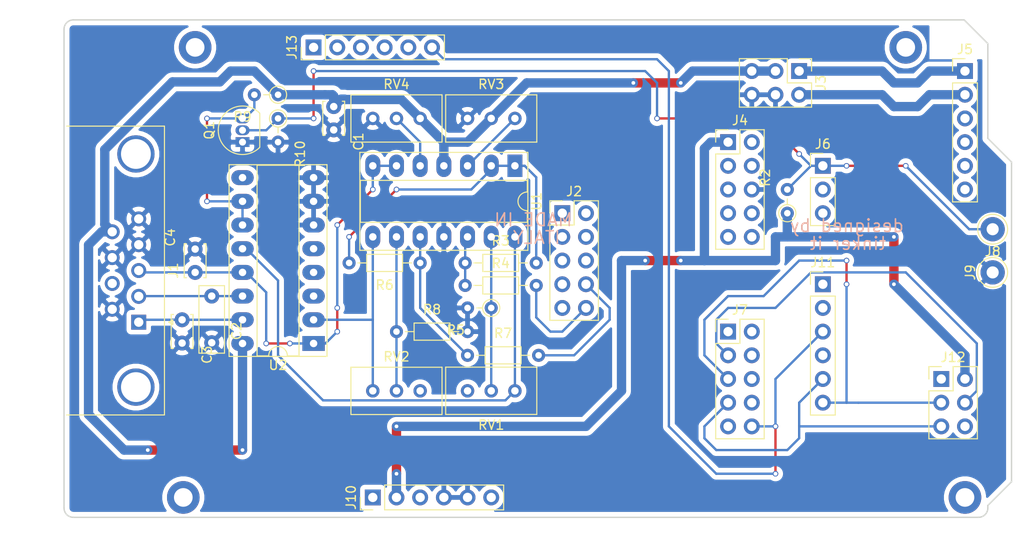
<source format=kicad_pcb>
(kicad_pcb (version 20171130) (host pcbnew 5.1.4+dfsg1-1)
  (title_block (title Enjaksakavella) (rev 1.0) (comment 1 "Created by Tuomas Rantatarp") (comment 2 20.4.2020))
  (layers (0 Top signal) (31 Bottom signal) (34 B.Paste user hide) (35 F.Paste user hide) (36 B.SilkS user hide) (37 F.SilkS user) (38 B.Mask user hide) (39 F.Mask user hide) (44 Edge.Cuts user))
  (net 0 "")
  (net 1 GND)
  (net 2 "Net-(U2-Pad5)")
  (net 3 "Net-(U2-Pad4)")
  (net 4 "Net-(U2-Pad3)")
  (net 5 "Net-(U2-Pad9)")
  (net 6 /J_SPEED)
  (net 7 /J_DIR)
  (net 8 "Net-(J1-Pad7)")
  (net 9 /OFFSET)
  (net 10 "Net-(R3-Pad1)")
  (net 11 /DAC_O1)
  (net 12 "Net-(R5-Pad1)")
  (net 13 "Net-(R6-Pad1)")
  (net 14 /DAC_O2)
  (net 15 "Net-(R8-Pad1)")
  (net 16 "Net-(RV1-Pad1)")
  (net 17 "Net-(RV2-Pad1)")
  (net 18 +12V)
  (net 19 "Net-(RV4-Pad2)")
  (net 20 "Net-(J2-Pad9)")
  (net 21 "Net-(J2-Pad7)")
  (net 22 "Net-(J2-Pad6)")
  (net 23 "Net-(J2-Pad5)")
  (net 24 "Net-(J2-Pad4)")
  (net 25 "Net-(J2-Pad3)")
  (net 26 "Net-(J2-Pad2)")
  (net 27 "Net-(J2-Pad1)")
  (net 28 "Net-(J3-Pad2)")
  (net 29 "Net-(J3-Pad1)")
  (net 30 "Net-(J4-Pad10)")
  (net 31 "Net-(J4-Pad9)")
  (net 32 "Net-(J4-Pad8)")
  (net 33 "Net-(J4-Pad7)")
  (net 34 "Net-(J4-Pad5)")
  (net 35 "Net-(J4-Pad4)")
  (net 36 "Net-(J4-Pad3)")
  (net 37 "Net-(J4-Pad2)")
  (net 38 /J_REF)
  (net 39 /DIR)
  (net 40 /SPEED)
  (net 41 +3V3)
  (net 42 "Net-(J5-Pad6)")
  (net 43 "Net-(J5-Pad5)")
  (net 44 "Net-(J5-Pad4)")
  (net 45 "Net-(J5-Pad3)")
  (net 46 "Net-(J6-Pad3)")
  (net 47 "Net-(J6-Pad2)")
  (net 48 /STOP)
  (net 49 /SS)
  (net 50 "Net-(J7-Pad9)")
  (net 51 "Net-(J7-Pad8)")
  (net 52 /MOSI)
  (net 53 "Net-(J7-Pad6)")
  (net 54 /MISO)
  (net 55 "Net-(J7-Pad4)")
  (net 56 /SCK)
  (net 57 "Net-(J7-Pad2)")
  (net 58 "Net-(J7-Pad1)")
  (net 59 "Net-(J10-Pad6)")
  (net 60 "Net-(J10-Pad3)")
  (net 61 "Net-(J10-Pad1)")
  (net 62 "Net-(J11-Pad4)")
  (net 63 "Net-(J11-Pad2)")
  (net 64 "Net-(J11-Pad1)")
  (net 65 "Net-(J12-Pad6)")
  (net 66 "Net-(J12-Pad1)")
  (net 67 "Net-(J13-Pad5)")
  (net 68 "Net-(J13-Pad4)")
  (net 69 "Net-(J13-Pad3)")
  (net 70 "Net-(J13-Pad2)")
  (net 71 "Net-(J13-Pad1)")
  (net 72 "Net-(Q1-Pad3)")
  (net 73 "Net-(RV3-Pad1)")
  (module Capacitor_THT:C_Disc_D3.4mm_W2.1mm_P2.50mm (layer Top) (at 111.76 105.41 90)
    (fp_text reference C4 (at 3.75 -2.67 90) (layer F.SilkS))
    (fp_text value 0.1u)
    (pad 2 thru_hole circle (at 2.5 0 90) (size 1.6 1.6) (drill 0.8) (layers *.Cu *.Mask) (net 1 GND))
    (pad 1 thru_hole circle (at 0 0 90) (size 1.6 1.6) (drill 0.8) (layers *.Cu *.Mask) (net 38 /J_REF))
  )
  (module Connector_PinHeader_2.54mm:PinHeader_2x05_P2.54mm_Vertical (layer Top) (at 168.91 91.44)
    (fp_text reference J4 (at 1.27 -2.33) (layer F.SilkS))
    (fp_text value Conn_02x05_Odd_Even)
    (pad 10 thru_hole oval (at 2.54 10.16) (size 1.7 1.7) (drill 1) (layers *.Cu *.Mask) (net 30 "Net-(J4-Pad10)"))
    (pad 9 thru_hole oval (at 0 10.16) (size 1.7 1.7) (drill 1) (layers *.Cu *.Mask) (net 31 "Net-(J4-Pad9)"))
    (pad 8 thru_hole oval (at 2.54 7.62) (size 1.7 1.7) (drill 1) (layers *.Cu *.Mask) (net 32 "Net-(J4-Pad8)"))
    (pad 7 thru_hole oval (at 0 7.62) (size 1.7 1.7) (drill 1) (layers *.Cu *.Mask) (net 33 "Net-(J4-Pad7)"))
    (pad 6 thru_hole oval (at 2.54 5.08) (size 1.7 1.7) (drill 1) (layers *.Cu *.Mask) (net 1 GND))
    (pad 5 thru_hole oval (at 0 5.08) (size 1.7 1.7) (drill 1) (layers *.Cu *.Mask) (net 34 "Net-(J4-Pad5)"))
    (pad 4 thru_hole oval (at 2.54 2.54) (size 1.7 1.7) (drill 1) (layers *.Cu *.Mask) (net 35 "Net-(J4-Pad4)"))
    (pad 3 thru_hole oval (at 0 2.54) (size 1.7 1.7) (drill 1) (layers *.Cu *.Mask) (net 36 "Net-(J4-Pad3)"))
    (pad 2 thru_hole oval (at 2.54 0) (size 1.7 1.7) (drill 1) (layers *.Cu *.Mask) (net 37 "Net-(J4-Pad2)"))
    (pad 1 thru_hole rect (at 0 0) (size 1.7 1.7) (drill 1) (layers *.Cu *.Mask) (net 41 +3V3))
  )
  (module Resistor_THT:R_Axial_DIN0204_L3.6mm_D1.6mm_P2.54mm_Vertical (layer Top) (at 120.65 86.36 180)
    (fp_text reference R9 (at 3.81 -2.37) (layer F.SilkS))
    (fp_text value 10k)
    (pad 2 thru_hole oval (at 2.54 0 180) (size 1.4 1.4) (drill 0.7) (layers *.Cu *.Mask) (net 72 "Net-(Q1-Pad3)"))
    (pad 1 thru_hole circle (at 0 0 180) (size 1.4 1.4) (drill 0.7) (layers *.Cu *.Mask) (net 18 +12V))
  )
  (module Resistor_THT:R_Axial_DIN0204_L3.6mm_D1.6mm_P2.54mm_Vertical (layer Top) (at 120.65 88.9 270)
    (fp_text reference R10 (at 3.81 -2.37 90) (layer F.SilkS))
    (fp_text value 10k)
    (pad 2 thru_hole oval (at 2.54 0 270) (size 1.4 1.4) (drill 0.7) (layers *.Cu *.Mask) (net 1 GND))
    (pad 1 thru_hole circle (at 0 0 270) (size 1.4 1.4) (drill 0.7) (layers *.Cu *.Mask) (net 48 /STOP))
  )
  (module Capacitor_THT:C_Disc_D7.0mm_W2.5mm_P5.00mm (layer Top) (at 113.538 107.95 270)
    (fp_text reference C2 (at 3.75 -2.67 90) (layer F.SilkS))
    (fp_text value 0.1u)
    (pad 2 thru_hole circle (at 5 0 270) (size 1.6 1.6) (drill 0.8) (layers *.Cu *.Mask) (net 1 GND))
    (pad 1 thru_hole circle (at 0 0 270) (size 1.6 1.6) (drill 0.8) (layers *.Cu *.Mask) (net 39 /DIR))
  )
  (module Capacitor_THT:C_Disc_D3.4mm_W2.1mm_P2.50mm (layer Top) (at 110.363 110.49 270)
    (fp_text reference C3 (at 3.75 -2.67 90) (layer F.SilkS))
    (fp_text value 0.1u)
    (pad 1 thru_hole circle (at 0 0 270) (size 1.6 1.6) (drill 0.8) (layers *.Cu *.Mask) (net 40 /SPEED))
    (pad 2 thru_hole circle (at 2.5 0 270) (size 1.6 1.6) (drill 0.8) (layers *.Cu *.Mask) (net 1 GND))
  )
  (module Capacitor_THT:C_Disc_D3.4mm_W2.1mm_P2.50mm (layer Top) (at 126.619 87.63 270)
    (fp_text reference C1 (at 3.75 -2.67 90) (layer F.SilkS))
    (fp_text value 0.1u)
    (pad 2 thru_hole circle (at 2.5 0 270) (size 1.6 1.6) (drill 0.8) (layers *.Cu *.Mask) (net 1 GND))
    (pad 1 thru_hole circle (at 0 0 270) (size 1.6 1.6) (drill 0.8) (layers *.Cu *.Mask) (net 18 +12V))
  )
  (module Resistor_THT:R_Axial_DIN0204_L3.6mm_D1.6mm_P7.62mm_Horizontal (layer Top) (at 140.716 104.394)
    (fp_text reference R3 (at 3.81 -2.37) (layer F.SilkS))
    (fp_text value 47k)
    (pad 2 thru_hole oval (at 7.62 0) (size 1.4 1.4) (drill 0.7) (layers *.Cu *.Mask) (net 9 /OFFSET))
    (pad 1 thru_hole circle (at 0 0) (size 1.4 1.4) (drill 0.7) (layers *.Cu *.Mask) (net 10 "Net-(R3-Pad1)"))
  )
  (module Resistor_THT:R_Axial_DIN0204_L3.6mm_D1.6mm_P7.62mm_Horizontal (layer Top) (at 140.716 106.807)
    (fp_text reference R4 (at 3.81 -2.37) (layer F.SilkS))
    (fp_text value 39k)
    (pad 2 thru_hole oval (at 7.62 0) (size 1.4 1.4) (drill 0.7) (layers *.Cu *.Mask) (net 11 /DAC_O1))
    (pad 1 thru_hole circle (at 0 0) (size 1.4 1.4) (drill 0.7) (layers *.Cu *.Mask) (net 10 "Net-(R3-Pad1)"))
  )
  (module Resistor_THT:R_Axial_DIN0204_L3.6mm_D1.6mm_P7.62mm_Horizontal (layer Top) (at 135.89 104.394 180)
    (fp_text reference R6 (at 3.81 -2.37) (layer F.SilkS))
    (fp_text value 47k)
    (pad 2 thru_hole oval (at 7.62 0 180) (size 1.4 1.4) (drill 0.7) (layers *.Cu *.Mask) (net 9 /OFFSET))
    (pad 1 thru_hole circle (at 0 0 180) (size 1.4 1.4) (drill 0.7) (layers *.Cu *.Mask) (net 13 "Net-(R6-Pad1)"))
  )
  (module Resistor_THT:R_Axial_DIN0204_L3.6mm_D1.6mm_P7.62mm_Horizontal (layer Top) (at 140.97 114.3)
    (fp_text reference R7 (at 3.81 -2.37) (layer F.SilkS))
    (fp_text value 39k)
    (pad 2 thru_hole oval (at 7.62 0) (size 1.4 1.4) (drill 0.7) (layers *.Cu *.Mask) (net 14 /DAC_O2))
    (pad 1 thru_hole circle (at 0 0) (size 1.4 1.4) (drill 0.7) (layers *.Cu *.Mask) (net 13 "Net-(R6-Pad1)"))
  )
  (module Resistor_THT:R_Axial_DIN0204_L3.6mm_D1.6mm_P7.62mm_Horizontal (layer Top) (at 133.35 111.76)
    (fp_text reference R8 (at 3.81 -2.37) (layer F.SilkS))
    (fp_text value 39k)
    (pad 2 thru_hole oval (at 7.62 0) (size 1.4 1.4) (drill 0.7) (layers *.Cu *.Mask) (net 1 GND))
    (pad 1 thru_hole circle (at 0 0) (size 1.4 1.4) (drill 0.7) (layers *.Cu *.Mask) (net 15 "Net-(R8-Pad1)"))
  )
  (module Resistor_THT:R_Axial_DIN0204_L3.6mm_D1.6mm_P2.54mm_Vertical (layer Top) (at 143.51 109.22 180)
    (fp_text reference R5 (at 3.81 -2.37) (layer F.SilkS))
    (fp_text value 39k)
    (pad 2 thru_hole oval (at 2.54 0 180) (size 1.4 1.4) (drill 0.7) (layers *.Cu *.Mask) (net 1 GND))
    (pad 1 thru_hole circle (at 0 0 180) (size 1.4 1.4) (drill 0.7) (layers *.Cu *.Mask) (net 12 "Net-(R5-Pad1)"))
  )
  (module Resistor_THT:R_Axial_DIN0204_L3.6mm_D1.6mm_P2.54mm_Vertical (layer Top) (at 175.26 99.06 90)
    (fp_text reference R2 (at 3.81 -2.37 90) (layer F.SilkS))
    (fp_text value 10k)
    (pad 2 thru_hole oval (at 2.54 0 90) (size 1.4 1.4) (drill 0.7) (layers *.Cu *.Mask) (net 48 /STOP))
    (pad 1 thru_hole circle (at 0 0 90) (size 1.4 1.4) (drill 0.7) (layers *.Cu *.Mask) (net 41 +3V3))
  )
  (module Package_TO_SOT_THT:TO-92_Inline (layer Top) (at 116.84 91.44 90)
    (fp_text reference Q1 (at 1.27 -3.56 90) (layer F.SilkS))
    (fp_text value 2N7000)
    (pad 1 thru_hole rect (at 0 0 90) (size 1.05 1.5) (drill 0.75) (layers *.Cu *.Mask) (net 1 GND))
    (pad 3 thru_hole oval (at 2.54 0 90) (size 1.05 1.5) (drill 0.75) (layers *.Cu *.Mask) (net 72 "Net-(Q1-Pad3)"))
    (pad 2 thru_hole oval (at 1.27 0 90) (size 1.05 1.5) (drill 0.75) (layers *.Cu *.Mask) (net 48 /STOP))
  )
  (module Connector_PinHeader_2.54mm:PinHeader_1x06_P2.54mm_Vertical (layer Top) (at 124.46 81.28 90)
    (fp_text reference J13 (at 0 -2.33 90) (layer F.SilkS))
    (fp_text value Conn_01x06)
    (pad 6 thru_hole oval (at 0 12.7 90) (size 1.7 1.7) (drill 1) (layers *.Cu *.Mask) (net 49 /SS))
    (pad 5 thru_hole oval (at 0 10.16 90) (size 1.7 1.7) (drill 1) (layers *.Cu *.Mask) (net 67 "Net-(J13-Pad5)"))
    (pad 4 thru_hole oval (at 0 7.62 90) (size 1.7 1.7) (drill 1) (layers *.Cu *.Mask) (net 68 "Net-(J13-Pad4)"))
    (pad 3 thru_hole oval (at 0 5.08 90) (size 1.7 1.7) (drill 1) (layers *.Cu *.Mask) (net 69 "Net-(J13-Pad3)"))
    (pad 2 thru_hole oval (at 0 2.54 90) (size 1.7 1.7) (drill 1) (layers *.Cu *.Mask) (net 70 "Net-(J13-Pad2)"))
    (pad 1 thru_hole rect (at 0 0 90) (size 1.7 1.7) (drill 1) (layers *.Cu *.Mask) (net 71 "Net-(J13-Pad1)"))
  )
  (module Connector_PinHeader_2.54mm:PinHeader_2x03_P2.54mm_Vertical (layer Top) (at 191.77 116.84)
    (fp_text reference J12 (at 1.27 -2.33) (layer F.SilkS))
    (fp_text value Conn_02x03_Odd_Even)
    (pad 6 thru_hole oval (at 2.54 5.08) (size 1.7 1.7) (drill 1) (layers *.Cu *.Mask) (net 65 "Net-(J12-Pad6)"))
    (pad 5 thru_hole oval (at 0 5.08) (size 1.7 1.7) (drill 1) (layers *.Cu *.Mask) (net 52 /MOSI))
    (pad 4 thru_hole oval (at 2.54 2.54) (size 1.7 1.7) (drill 1) (layers *.Cu *.Mask) (net 56 /SCK))
    (pad 3 thru_hole oval (at 0 2.54) (size 1.7 1.7) (drill 1) (layers *.Cu *.Mask) (net 54 /MISO))
    (pad 2 thru_hole oval (at 2.54 0) (size 1.7 1.7) (drill 1) (layers *.Cu *.Mask) (net 41 +3V3))
    (pad 1 thru_hole rect (at 0 0) (size 1.7 1.7) (drill 1) (layers *.Cu *.Mask) (net 66 "Net-(J12-Pad1)"))
  )
  (module Connector_PinHeader_2.54mm:PinHeader_1x06_P2.54mm_Vertical (layer Top) (at 179.07 106.68)
    (fp_text reference J11 (at 0 -2.33) (layer F.SilkS))
    (fp_text value Conn_01x06)
    (pad 6 thru_hole oval (at 0 12.7) (size 1.7 1.7) (drill 1) (layers *.Cu *.Mask) (net 54 /MISO))
    (pad 5 thru_hole oval (at 0 10.16) (size 1.7 1.7) (drill 1) (layers *.Cu *.Mask) (net 52 /MOSI))
    (pad 4 thru_hole oval (at 0 7.62) (size 1.7 1.7) (drill 1) (layers *.Cu *.Mask) (net 62 "Net-(J11-Pad4)"))
    (pad 3 thru_hole oval (at 0 5.08) (size 1.7 1.7) (drill 1) (layers *.Cu *.Mask) (net 49 /SS))
    (pad 2 thru_hole oval (at 0 2.54) (size 1.7 1.7) (drill 1) (layers *.Cu *.Mask) (net 63 "Net-(J11-Pad2)"))
    (pad 1 thru_hole rect (at 0 0) (size 1.7 1.7) (drill 1) (layers *.Cu *.Mask) (net 64 "Net-(J11-Pad1)"))
  )
  (module Connector_PinHeader_2.54mm:PinHeader_1x06_P2.54mm_Vertical (layer Top) (at 130.81 129.54 90)
    (fp_text reference J10 (at 0 -2.33 90) (layer F.SilkS))
    (fp_text value Conn_01x06)
    (pad 6 thru_hole oval (at 0 12.7 90) (size 1.7 1.7) (drill 1) (layers *.Cu *.Mask) (net 59 "Net-(J10-Pad6)"))
    (pad 5 thru_hole oval (at 0 10.16 90) (size 1.7 1.7) (drill 1) (layers *.Cu *.Mask) (net 1 GND))
    (pad 4 thru_hole oval (at 0 7.62 90) (size 1.7 1.7) (drill 1) (layers *.Cu *.Mask) (net 1 GND))
    (pad 3 thru_hole oval (at 0 5.08 90) (size 1.7 1.7) (drill 1) (layers *.Cu *.Mask) (net 60 "Net-(J10-Pad3)"))
    (pad 2 thru_hole oval (at 0 2.54 90) (size 1.7 1.7) (drill 1) (layers *.Cu *.Mask) (net 41 +3V3))
    (pad 1 thru_hole rect (at 0 0 90) (size 1.7 1.7) (drill 1) (layers *.Cu *.Mask) (net 61 "Net-(J10-Pad1)"))
  )
  (module Connector_Pin:Pin_D1.3mm_L11.0mm (layer Top) (at 197.28 105.41 270)
    (fp_text reference J9 (at 0 2.4 90) (layer F.SilkS))
    (fp_text value Conn_01x01)
    (pad 1 thru_hole circle (at 0 0 270) (size 2.6 2.6) (drill 1.3) (layers *.Cu *.Mask) (net 1 GND))
  )
  (module Connector_Pin:Pin_D1.3mm_L11.0mm (layer Top) (at 197.28 100.78)
    (fp_text reference J8 (at 0 2.4) (layer F.SilkS))
    (fp_text value Conn_01x01)
    (pad 1 thru_hole circle (at 0 0) (size 2.6 2.6) (drill 1.3) (layers *.Cu *.Mask) (net 48 /STOP))
  )
  (module Connector_PinHeader_2.54mm:PinHeader_2x05_P2.54mm_Vertical (layer Top) (at 168.91 111.76)
    (fp_text reference J7 (at 1.27 -2.33) (layer F.SilkS))
    (fp_text value Conn_02x05_Odd_Even)
    (pad 10 thru_hole oval (at 2.54 10.16) (size 1.7 1.7) (drill 1) (layers *.Cu *.Mask) (net 49 /SS))
    (pad 9 thru_hole oval (at 0 10.16) (size 1.7 1.7) (drill 1) (layers *.Cu *.Mask) (net 50 "Net-(J7-Pad9)"))
    (pad 8 thru_hole oval (at 2.54 7.62) (size 1.7 1.7) (drill 1) (layers *.Cu *.Mask) (net 51 "Net-(J7-Pad8)"))
    (pad 7 thru_hole oval (at 0 7.62) (size 1.7 1.7) (drill 1) (layers *.Cu *.Mask) (net 52 /MOSI))
    (pad 6 thru_hole oval (at 2.54 5.08) (size 1.7 1.7) (drill 1) (layers *.Cu *.Mask) (net 53 "Net-(J7-Pad6)"))
    (pad 5 thru_hole oval (at 0 5.08) (size 1.7 1.7) (drill 1) (layers *.Cu *.Mask) (net 54 /MISO))
    (pad 4 thru_hole oval (at 2.54 2.54) (size 1.7 1.7) (drill 1) (layers *.Cu *.Mask) (net 55 "Net-(J7-Pad4)"))
    (pad 3 thru_hole oval (at 0 2.54) (size 1.7 1.7) (drill 1) (layers *.Cu *.Mask) (net 56 /SCK))
    (pad 2 thru_hole oval (at 2.54 0) (size 1.7 1.7) (drill 1) (layers *.Cu *.Mask) (net 57 "Net-(J7-Pad2)"))
    (pad 1 thru_hole rect (at 0 0) (size 1.7 1.7) (drill 1) (layers *.Cu *.Mask) (net 58 "Net-(J7-Pad1)"))
  )
  (module Connector_PinHeader_2.54mm:PinHeader_1x03_P2.54mm_Vertical (layer Top) (at 179.07 93.98)
    (fp_text reference J6 (at 0 -2.33) (layer F.SilkS))
    (fp_text value Conn_01x03)
    (pad 3 thru_hole oval (at 0 5.08) (size 1.7 1.7) (drill 1) (layers *.Cu *.Mask) (net 46 "Net-(J6-Pad3)"))
    (pad 2 thru_hole oval (at 0 2.54) (size 1.7 1.7) (drill 1) (layers *.Cu *.Mask) (net 47 "Net-(J6-Pad2)"))
    (pad 1 thru_hole rect (at 0 0) (size 1.7 1.7) (drill 1) (layers *.Cu *.Mask) (net 48 /STOP))
  )
  (module Connector_PinHeader_2.54mm:PinHeader_1x06_P2.54mm_Vertical (layer Top) (at 194.31 83.82)
    (fp_text reference J5 (at 0 -2.33) (layer F.SilkS))
    (fp_text value Conn_01x06)
    (pad 6 thru_hole oval (at 0 12.7) (size 1.7 1.7) (drill 1) (layers *.Cu *.Mask) (net 42 "Net-(J5-Pad6)"))
    (pad 5 thru_hole oval (at 0 10.16) (size 1.7 1.7) (drill 1) (layers *.Cu *.Mask) (net 43 "Net-(J5-Pad5)"))
    (pad 4 thru_hole oval (at 0 7.62) (size 1.7 1.7) (drill 1) (layers *.Cu *.Mask) (net 44 "Net-(J5-Pad4)"))
    (pad 3 thru_hole oval (at 0 5.08) (size 1.7 1.7) (drill 1) (layers *.Cu *.Mask) (net 45 "Net-(J5-Pad3)"))
    (pad 2 thru_hole oval (at 0 2.54) (size 1.7 1.7) (drill 1) (layers *.Cu *.Mask) (net 28 "Net-(J3-Pad2)"))
    (pad 1 thru_hole rect (at 0 0) (size 1.7 1.7) (drill 1) (layers *.Cu *.Mask) (net 29 "Net-(J3-Pad1)"))
  )
  (module Connector_PinHeader_2.54mm:PinHeader_2x03_P2.54mm_Vertical (layer Top) (at 176.53 83.82 270)
    (fp_text reference J3 (at 1.27 -2.33 90) (layer F.SilkS))
    (fp_text value Conn_02x03_Odd_Even)
    (pad 6 thru_hole oval (at 2.54 5.08 270) (size 1.7 1.7) (drill 1) (layers *.Cu *.Mask) (net 1 GND))
    (pad 5 thru_hole oval (at 0 5.08 270) (size 1.7 1.7) (drill 1) (layers *.Cu *.Mask) (net 18 +12V))
    (pad 4 thru_hole oval (at 2.54 2.54 270) (size 1.7 1.7) (drill 1) (layers *.Cu *.Mask) (net 1 GND))
    (pad 3 thru_hole oval (at 0 2.54 270) (size 1.7 1.7) (drill 1) (layers *.Cu *.Mask) (net 18 +12V))
    (pad 2 thru_hole oval (at 2.54 0 270) (size 1.7 1.7) (drill 1) (layers *.Cu *.Mask) (net 28 "Net-(J3-Pad2)"))
    (pad 1 thru_hole rect (at 0 0 270) (size 1.7 1.7) (drill 1) (layers *.Cu *.Mask) (net 29 "Net-(J3-Pad1)"))
  )
  (module Connector_PinHeader_2.54mm:PinHeader_2x05_P2.54mm_Vertical (layer Top) (at 151.13 99.06)
    (fp_text reference J2 (at 1.27 -2.33) (layer F.SilkS))
    (fp_text value Conn_02x05_Odd_Even)
    (pad 10 thru_hole oval (at 2.54 10.16) (size 1.7 1.7) (drill 1) (layers *.Cu *.Mask) (net 11 /DAC_O1))
    (pad 9 thru_hole oval (at 0 10.16) (size 1.7 1.7) (drill 1) (layers *.Cu *.Mask) (net 20 "Net-(J2-Pad9)"))
    (pad 8 thru_hole oval (at 2.54 7.62) (size 1.7 1.7) (drill 1) (layers *.Cu *.Mask) (net 14 /DAC_O2))
    (pad 7 thru_hole oval (at 0 7.62) (size 1.7 1.7) (drill 1) (layers *.Cu *.Mask) (net 21 "Net-(J2-Pad7)"))
    (pad 6 thru_hole oval (at 2.54 5.08) (size 1.7 1.7) (drill 1) (layers *.Cu *.Mask) (net 22 "Net-(J2-Pad6)"))
    (pad 5 thru_hole oval (at 0 5.08) (size 1.7 1.7) (drill 1) (layers *.Cu *.Mask) (net 23 "Net-(J2-Pad5)"))
    (pad 4 thru_hole oval (at 2.54 2.54) (size 1.7 1.7) (drill 1) (layers *.Cu *.Mask) (net 24 "Net-(J2-Pad4)"))
    (pad 3 thru_hole oval (at 0 2.54) (size 1.7 1.7) (drill 1) (layers *.Cu *.Mask) (net 25 "Net-(J2-Pad3)"))
    (pad 2 thru_hole oval (at 2.54 0) (size 1.7 1.7) (drill 1) (layers *.Cu *.Mask) (net 26 "Net-(J2-Pad2)"))
    (pad 1 thru_hole rect (at 0 0) (size 1.7 1.7) (drill 1) (layers *.Cu *.Mask) (net 27 "Net-(J2-Pad1)"))
  )
  (module Package_DIP:DIP-14_W7.62mm_Socket_LongPads (layer Top) (at 146.05 93.98 270)
    (fp_text reference U1 (at 3.81 -2.33 90) (layer F.SilkS))
    (fp_text value LM324)
    (pad 14 thru_hole oval (at 7.62 0 270) (size 2.4 1.6) (drill 0.8) (layers *.Cu *.Mask) (net 7 /J_DIR))
    (pad 7 thru_hole oval (at 0 15.24 270) (size 2.4 1.6) (drill 0.8) (layers *.Cu *.Mask) (net 38 /J_REF))
    (pad 13 thru_hole oval (at 7.62 2.54 270) (size 2.4 1.6) (drill 0.8) (layers *.Cu *.Mask) (net 12 "Net-(R5-Pad1)"))
    (pad 6 thru_hole oval (at 0 12.7 270) (size 2.4 1.6) (drill 0.8) (layers *.Cu *.Mask) (net 38 /J_REF))
    (pad 12 thru_hole oval (at 7.62 5.08 270) (size 2.4 1.6) (drill 0.8) (layers *.Cu *.Mask) (net 10 "Net-(R3-Pad1)"))
    (pad 5 thru_hole oval (at 0 10.16 270) (size 2.4 1.6) (drill 0.8) (layers *.Cu *.Mask) (net 19 "Net-(RV4-Pad2)"))
    (pad 11 thru_hole oval (at 7.62 7.62 270) (size 2.4 1.6) (drill 0.8) (layers *.Cu *.Mask) (net 1 GND))
    (pad 4 thru_hole oval (at 0 7.62 270) (size 2.4 1.6) (drill 0.8) (layers *.Cu *.Mask) (net 18 +12V))
    (pad 10 thru_hole oval (at 7.62 10.16 270) (size 2.4 1.6) (drill 0.8) (layers *.Cu *.Mask) (net 13 "Net-(R6-Pad1)"))
    (pad 3 thru_hole oval (at 0 5.08 270) (size 2.4 1.6) (drill 0.8) (layers *.Cu *.Mask) (net 73 "Net-(RV3-Pad1)"))
    (pad 9 thru_hole oval (at 7.62 12.7 270) (size 2.4 1.6) (drill 0.8) (layers *.Cu *.Mask) (net 15 "Net-(R8-Pad1)"))
    (pad 2 thru_hole oval (at 0 2.54 270) (size 2.4 1.6) (drill 0.8) (layers *.Cu *.Mask) (net 9 /OFFSET))
    (pad 8 thru_hole oval (at 7.62 15.24 270) (size 2.4 1.6) (drill 0.8) (layers *.Cu *.Mask) (net 6 /J_SPEED))
    (pad 1 thru_hole rect (at 0 0 270) (size 2.4 1.6) (drill 0.8) (layers *.Cu *.Mask) (net 9 /OFFSET))
  )
  (module Potentiometer_THT:Potentiometer_Bourns_3296W_Vertical (layer Top) (at 135.89 88.9)
    (fp_text reference RV4 (at -2.54 -3.66) (layer F.SilkS))
    (fp_text value 50k)
    (pad 3 thru_hole circle (at -5.08 0) (size 1.44 1.44) (drill 0.8) (layers *.Cu *.Mask) (net 1 GND))
    (pad 2 thru_hole circle (at -2.54 0) (size 1.44 1.44) (drill 0.8) (layers *.Cu *.Mask) (net 19 "Net-(RV4-Pad2)"))
    (pad 1 thru_hole circle (at 0 0) (size 1.44 1.44) (drill 0.8) (layers *.Cu *.Mask) (net 18 +12V))
  )
  (module Potentiometer_THT:Potentiometer_Bourns_3296W_Vertical (layer Top) (at 146.05 88.9)
    (fp_text reference RV3 (at -2.54 -3.66) (layer F.SilkS))
    (fp_text value 50k)
    (pad 3 thru_hole circle (at -5.08 0) (size 1.44 1.44) (drill 0.8) (layers *.Cu *.Mask) (net 1 GND))
    (pad 2 thru_hole circle (at -2.54 0) (size 1.44 1.44) (drill 0.8) (layers *.Cu *.Mask) (net 18 +12V))
    (pad 1 thru_hole circle (at 0 0) (size 1.44 1.44) (drill 0.8) (layers *.Cu *.Mask) (net 73 "Net-(RV3-Pad1)"))
  )
  (module Potentiometer_THT:Potentiometer_Bourns_3296W_Vertical (layer Top) (at 135.89 118.11)
    (fp_text reference RV2 (at -2.54 -3.66) (layer F.SilkS))
    (fp_text value 50k)
    (pad 3 thru_hole circle (at -5.08 0) (size 1.44 1.44) (drill 0.8) (layers *.Cu *.Mask) (net 6 /J_SPEED))
    (pad 2 thru_hole circle (at -2.54 0) (size 1.44 1.44) (drill 0.8) (layers *.Cu *.Mask) (net 15 "Net-(R8-Pad1)"))
    (pad 1 thru_hole circle (at 0 0) (size 1.44 1.44) (drill 0.8) (layers *.Cu *.Mask) (net 17 "Net-(RV2-Pad1)"))
  )
  (module Potentiometer_THT:Potentiometer_Bourns_3296W_Vertical (layer Top) (at 140.97 118.11 180)
    (fp_text reference RV1 (at -2.54 -3.66) (layer F.SilkS))
    (fp_text value 50k)
    (pad 3 thru_hole circle (at -5.08 0 180) (size 1.44 1.44) (drill 0.8) (layers *.Cu *.Mask) (net 7 /J_DIR))
    (pad 2 thru_hole circle (at -2.54 0 180) (size 1.44 1.44) (drill 0.8) (layers *.Cu *.Mask) (net 12 "Net-(R5-Pad1)"))
    (pad 1 thru_hole circle (at 0 0 180) (size 1.44 1.44) (drill 0.8) (layers *.Cu *.Mask) (net 16 "Net-(RV1-Pad1)"))
  )
  (module Connector_Dsub:DSUB-9_Female_Horizontal_P2.77x2.84mm_EdgePinOffset4.94mm_Housed_MountingHolesOffset7.48mm (layer Top) (at 105.71 110.75 270)
    (fp_text reference J1 (at -5.54 -3.7 90) (layer F.SilkS))
    (fp_text value DB9_Female)
    (pad 0 thru_hole circle (at 6.96 0.3 270) (size 4 4) (drill 3.2) (layers *.Cu *.Mask))
    (pad 0 thru_hole circle (at -18.04 0.3 270) (size 4 4) (drill 3.2) (layers *.Cu *.Mask))
    (pad 9 thru_hole circle (at -9.695 2.84 270) (size 1.6 1.6) (drill 1) (layers *.Cu *.Mask) (net 18 +12V))
    (pad 8 thru_hole circle (at -6.925 2.84 270) (size 1.6 1.6) (drill 1) (layers *.Cu *.Mask) (net 1 GND))
    (pad 7 thru_hole circle (at -4.155 2.84 270) (size 1.6 1.6) (drill 1) (layers *.Cu *.Mask) (net 8 "Net-(J1-Pad7)"))
    (pad 6 thru_hole circle (at -1.385 2.84 270) (size 1.6 1.6) (drill 1) (layers *.Cu *.Mask) (net 1 GND))
    (pad 5 thru_hole circle (at -11.08 0 270) (size 1.6 1.6) (drill 1) (layers *.Cu *.Mask) (net 1 GND))
    (pad 4 thru_hole circle (at -8.31 0 270) (size 1.6 1.6) (drill 1) (layers *.Cu *.Mask) (net 1 GND))
    (pad 3 thru_hole circle (at -5.54 0 270) (size 1.6 1.6) (drill 1) (layers *.Cu *.Mask) (net 38 /J_REF))
    (pad 2 thru_hole circle (at -2.77 0 270) (size 1.6 1.6) (drill 1) (layers *.Cu *.Mask) (net 39 /DIR))
    (pad 1 thru_hole rect (at 0 0 270) (size 1.6 1.6) (drill 1) (layers *.Cu *.Mask) (net 40 /SPEED))
  )
  (module Package_DIP:DIP-16_W7.62mm_Socket_LongPads (layer Top) (at 124.46 113.03 180)
    (fp_text reference U2 (at 3.81 -2.33) (layer F.SilkS))
    (fp_text value 4053)
    (pad 16 thru_hole oval (at 7.62 0 180) (size 2.4 1.6) (drill 0.8) (layers *.Cu *.Mask) (net 18 +12V))
    (pad 8 thru_hole oval (at 0 17.78 180) (size 2.4 1.6) (drill 0.8) (layers *.Cu *.Mask) (net 1 GND))
    (pad 15 thru_hole oval (at 7.62 2.54 180) (size 2.4 1.6) (drill 0.8) (layers *.Cu *.Mask) (net 40 /SPEED))
    (pad 7 thru_hole oval (at 0 15.24 180) (size 2.4 1.6) (drill 0.8) (layers *.Cu *.Mask) (net 1 GND))
    (pad 14 thru_hole oval (at 7.62 5.08 180) (size 2.4 1.6) (drill 0.8) (layers *.Cu *.Mask) (net 39 /DIR))
    (pad 6 thru_hole oval (at 0 12.7 180) (size 2.4 1.6) (drill 0.8) (layers *.Cu *.Mask) (net 1 GND))
    (pad 13 thru_hole oval (at 7.62 7.62 180) (size 2.4 1.6) (drill 0.8) (layers *.Cu *.Mask) (net 38 /J_REF))
    (pad 5 thru_hole oval (at 0 10.16 180) (size 2.4 1.6) (drill 0.8) (layers *.Cu *.Mask) (net 2 "Net-(U2-Pad5)"))
    (pad 12 thru_hole oval (at 7.62 10.16 180) (size 2.4 1.6) (drill 0.8) (layers *.Cu *.Mask) (net 7 /J_DIR))
    (pad 4 thru_hole oval (at 0 7.62 180) (size 2.4 1.6) (drill 0.8) (layers *.Cu *.Mask) (net 3 "Net-(U2-Pad4)"))
    (pad 11 thru_hole oval (at 7.62 12.7 180) (size 2.4 1.6) (drill 0.8) (layers *.Cu *.Mask) (net 72 "Net-(Q1-Pad3)"))
    (pad 3 thru_hole oval (at 0 5.08 180) (size 2.4 1.6) (drill 0.8) (layers *.Cu *.Mask) (net 4 "Net-(U2-Pad3)"))
    (pad 10 thru_hole oval (at 7.62 15.24 180) (size 2.4 1.6) (drill 0.8) (layers *.Cu *.Mask) (net 72 "Net-(Q1-Pad3)"))
    (pad 2 thru_hole oval (at 0 2.54 180) (size 2.4 1.6) (drill 0.8) (layers *.Cu *.Mask) (net 6 /J_SPEED))
    (pad 9 thru_hole oval (at 7.62 17.78 180) (size 2.4 1.6) (drill 0.8) (layers *.Cu *.Mask) (net 5 "Net-(U2-Pad9)"))
    (pad 1 thru_hole rect (at 0 0 180) (size 2.4 1.6) (drill 0.8) (layers *.Cu *.Mask) (net 38 /J_REF))
  )
  (gr_arc (start 195.7611 130.6736) (end 196.7611 130.6736) (angle 90) (layer Edge.Cuts) (width 0.15))
  (gr_line (start 196.7611 130.4036) (end 196.7611 130.6736) (layer Edge.Cuts) (width 0.15))
  (gr_line (start 199.3011 127.8636) (end 196.7611 130.4036) (layer Edge.Cuts) (width 0.15))
  (gr_line (start 199.3011 93.5736) (end 199.3011 127.8636) (layer Edge.Cuts) (width 0.15))
  (gr_line (start 195.7611 131.6736) (end 98.7011 131.6736) (layer Edge.Cuts) (width 0.15))
  (gr_text "designed by" (at 187.8711 101.1936) (layer B.SilkS) (effects (font (size 1.35128 1.35128) (thickness 0.170688)) (justify left bottom mirror)))
  (gr_text "tinker it" (at 185.9661 103.0986) (layer B.SilkS) (effects (font (size 1.35128 1.35128) (thickness 0.170688)) (justify left bottom mirror)))
  (gr_line (start 196.7611 91.0336) (end 199.3011 93.5736) (layer Edge.Cuts) (width 0.15))
  (gr_line (start 194.2211 78.3336) (end 196.7611 80.8736) (layer Edge.Cuts) (width 0.15))
  (gr_arc (start 98.7011 130.6736) (end 98.7011 131.6736) (angle 90) (layer Edge.Cuts) (width 0.15))
  (gr_line (start 97.7011 130.6736) (end 97.7011 79.3336) (layer Edge.Cuts) (width 0.15))
  (gr_arc (start 98.7011 79.3336) (end 97.7011 79.3336) (angle 90) (layer Edge.Cuts) (width 0.15))
  (gr_line (start 98.7011 78.3336) (end 194.2211 78.3336) (layer Edge.Cuts) (width 0.15))
  (gr_line (start 196.7611 80.8736) (end 196.7611 91.0336) (layer Edge.Cuts) (width 0.15))
  (gr_text "MADE IN" (at 152.3111 100.5586) (layer B.SilkS) (effects (font (size 1.35128 1.35128) (thickness 0.170688)) (justify left bottom mirror)))
  (gr_text ITALY (at 151.0411 102.4636) (layer B.SilkS) (effects (font (size 1.35128 1.35128) (thickness 0.170688)) (justify left bottom mirror)))
  (via (at 187.96 81.28) (size 3.5) (drill 2) (layers Top Bottom) (net 0))
  (via (at 194.31 129.54) (size 3.5) (drill 2) (layers Top Bottom) (net 0))
  (via (at 111.76 81.28) (size 3.5) (drill 2) (layers Top Bottom) (net 0))
  (via (at 110.49 129.54) (size 3.5) (drill 2) (layers Top Bottom) (net 0))
  (segment (start 130.81 101.6) (end 130.81 110.49) (width 0.25) (layer Bottom) (net 6))
  (segment (start 124.46 110.49) (end 130.81 110.49) (width 0.25) (layer Bottom) (net 6))
  (segment (start 130.81 110.49) (end 130.81 118.11) (width 0.25) (layer Bottom) (net 6))
  (segment (start 146.05 101.6) (end 146.05 118.11) (width 0.25) (layer Bottom) (net 7))
  (segment (start 145.027199 119.132801) (end 146.05 118.11) (width 0.25) (layer Bottom) (net 7))
  (segment (start 125.482801 119.132801) (end 145.027199 119.132801) (width 0.25) (layer Bottom) (net 7))
  (segment (start 116.84 102.87) (end 117.24 102.87) (width 0.25) (layer Bottom) (net 7))
  (segment (start 121.92 115.57) (end 125.482801 119.132801) (width 0.25) (layer Bottom) (net 7))
  (segment (start 117.24 102.87) (end 120.65 106.28) (width 0.25) (layer Bottom) (net 7))
  (segment (start 120.65 106.28) (end 120.65 114.3) (width 0.25) (layer Bottom) (net 7))
  (segment (start 120.65 114.3) (end 121.92 115.57) (width 0.25) (layer Bottom) (net 7))
  (segment (start 146.05 93.98) (end 143.51 93.98) (width 0.25) (layer Bottom) (net 9))
  (via (at 128.27 101.6) (size 0.6) (drill 0.4) (layers Top Bottom) (net 9))
  (segment (start 128.27 101.6) (end 128.27 104.14) (width 0.25) (layer Bottom) (net 9))
  (segment (start 147.1 93.98) (end 146.05 93.98) (width 0.25) (layer Bottom) (net 9))
  (segment (start 148.336 95.216) (end 147.1 93.98) (width 0.25) (layer Bottom) (net 9))
  (segment (start 148.336 104.394) (end 148.336 95.216) (width 0.25) (layer Bottom) (net 9))
  (segment (start 143.51 94.38) (end 143.51 93.98) (width 0.25) (layer Bottom) (net 9))
  (segment (start 141.37 96.52) (end 143.51 94.38) (width 0.25) (layer Bottom) (net 9))
  (via (at 133.35 96.52) (size 0.6) (drill 0.4) (layers Top Bottom) (net 9))
  (segment (start 133.35 96.52) (end 128.27 101.6) (width 0.25) (layer Top) (net 9))
  (segment (start 133.35 96.52) (end 141.37 96.52) (width 0.25) (layer Bottom) (net 9))
  (segment (start 140.716 106.807) (end 140.716 104.394) (width 0.25) (layer Bottom) (net 10))
  (segment (start 140.716 101.854) (end 140.97 101.6) (width 0.25) (layer Bottom) (net 10))
  (segment (start 140.716 104.394) (end 140.716 101.854) (width 0.25) (layer Bottom) (net 10))
  (segment (start 151.13 111.76) (end 153.67 109.22) (width 0.25) (layer Bottom) (net 11))
  (segment (start 148.336 106.807) (end 148.336 110.236) (width 0.25) (layer Bottom) (net 11))
  (segment (start 149.86 111.76) (end 151.13 111.76) (width 0.25) (layer Bottom) (net 11))
  (segment (start 148.336 110.236) (end 149.86 111.76) (width 0.25) (layer Bottom) (net 11))
  (segment (start 143.51 101.6) (end 143.51 118.11) (width 0.25) (layer Bottom) (net 12))
  (segment (start 135.89 102) (end 135.89 104.14) (width 0.25) (layer Bottom) (net 13))
  (segment (start 135.89 101.6) (end 135.89 102) (width 0.25) (layer Bottom) (net 13))
  (segment (start 135.89 109.22) (end 140.97 114.3) (width 0.25) (layer Bottom) (net 13))
  (segment (start 135.89 104.14) (end 135.89 109.22) (width 0.25) (layer Bottom) (net 13))
  (segment (start 153.67 106.68) (end 156.21 109.22) (width 0.25) (layer Bottom) (net 14))
  (segment (start 156.21 109.22) (end 156.21 110.49) (width 0.25) (layer Bottom) (net 14))
  (segment (start 156.21 110.49) (end 152.4 114.3) (width 0.25) (layer Bottom) (net 14))
  (segment (start 152.4 114.3) (end 148.59 114.3) (width 0.25) (layer Bottom) (net 14))
  (segment (start 133.35 103.05) (end 133.35 118.11) (width 0.25) (layer Bottom) (net 15))
  (segment (start 133.35 101.6) (end 133.35 103.05) (width 0.25) (layer Bottom) (net 15))
  (segment (start 102.070001 100.255001) (end 102.070001 92.239999) (width 1) (layer Bottom) (net 18))
  (segment (start 102.87 101.055) (end 102.070001 100.255001) (width 1) (layer Bottom) (net 18))
  (segment (start 109.327801 84.982199) (end 114.407801 84.982199) (width 1) (layer Bottom) (net 18))
  (segment (start 102.070001 92.239999) (end 109.327801 84.982199) (width 1) (layer Bottom) (net 18))
  (segment (start 114.407801 84.982199) (end 115.57 83.82) (width 1) (layer Bottom) (net 18))
  (segment (start 118.11 83.82) (end 120.65 86.36) (width 1) (layer Bottom) (net 18))
  (segment (start 115.57 83.82) (end 118.11 83.82) (width 1) (layer Bottom) (net 18))
  (segment (start 120.65 86.36) (end 125.69 86.36) (width 1) (layer Bottom) (net 18))
  (segment (start 133.860001 86.870001) (end 127.799999 86.870001) (width 1) (layer Bottom) (net 18))
  (segment (start 135.89 88.9) (end 133.860001 86.870001) (width 1) (layer Bottom) (net 18))
  (segment (start 138.43 91.44) (end 138.43 93.98) (width 1) (layer Bottom) (net 18))
  (segment (start 135.89 88.9) (end 138.43 91.44) (width 1) (layer Bottom) (net 18))
  (segment (start 140.97 91.44) (end 138.43 91.44) (width 1) (layer Bottom) (net 18))
  (segment (start 143.51 88.9) (end 140.97 91.44) (width 1) (layer Bottom) (net 18))
  (segment (start 143.51 88.9) (end 147.32 85.09) (width 1) (layer Bottom) (net 18))
  (via (at 158.75 85.09) (size 0.6) (drill 0.4) (layers Top Bottom) (net 18))
  (segment (start 147.32 85.09) (end 158.75 85.09) (width 1) (layer Bottom) (net 18))
  (segment (start 171.45 83.82) (end 173.99 83.82) (width 1) (layer Bottom) (net 18))
  (segment (start 126.48037 86.36) (end 125.69 86.36) (width 1) (layer Bottom) (net 18))
  (segment (start 126.619 86.49863) (end 126.48037 86.36) (width 1) (layer Bottom) (net 18))
  (segment (start 126.619 87.63) (end 126.619 86.49863) (width 1) (layer Bottom) (net 18))
  (segment (start 127.418999 86.830001) (end 126.619 87.63) (width 1) (layer Bottom) (net 18))
  (segment (start 127.759999 86.830001) (end 127.418999 86.830001) (width 1) (layer Bottom) (net 18))
  (segment (start 127.799999 86.870001) (end 127.759999 86.830001) (width 1) (layer Bottom) (net 18))
  (segment (start 101.73863 101.055) (end 102.87 101.055) (width 1) (layer Bottom) (net 18))
  (segment (start 100.33 102.46363) (end 101.73863 101.055) (width 1) (layer Bottom) (net 18))
  (via (at 106.68 124.46) (size 0.6) (drill 0.4) (layers Top Bottom) (net 18))
  (segment (start 100.33 120.65) (end 100.33 102.46363) (width 1) (layer Bottom) (net 18))
  (segment (start 106.68 124.46) (end 104.14 124.46) (width 1) (layer Bottom) (net 18))
  (segment (start 104.14 124.46) (end 100.33 120.65) (width 1) (layer Bottom) (net 18))
  (via (at 116.84 124.46) (size 0.6) (drill 0.4) (layers Top Bottom) (net 18))
  (segment (start 116.84 124.46) (end 116.84 113.03) (width 1) (layer Bottom) (net 18))
  (segment (start 106.68 124.46) (end 116.84 124.46) (width 1) (layer Top) (net 18))
  (via (at 163.83 85.09) (size 0.6) (drill 0.4) (layers Top Bottom) (net 18))
  (segment (start 158.75 85.09) (end 163.83 85.09) (width 1) (layer Top) (net 18))
  (segment (start 165.1 83.82) (end 171.45 83.82) (width 1) (layer Bottom) (net 18))
  (segment (start 163.83 85.09) (end 165.1 83.82) (width 1) (layer Bottom) (net 18))
  (segment (start 135.89 91.44) (end 133.35 88.9) (width 0.25) (layer Bottom) (net 19))
  (segment (start 135.89 93.98) (end 135.89 91.44) (width 0.25) (layer Bottom) (net 19))
  (segment (start 176.53 86.36) (end 185.42 86.36) (width 1) (layer Bottom) (net 28))
  (segment (start 185.42 86.36) (end 186.69 87.63) (width 1) (layer Bottom) (net 28))
  (segment (start 186.69 87.63) (end 189.23 87.63) (width 1) (layer Bottom) (net 28))
  (segment (start 189.23 87.63) (end 190.5 86.36) (width 1) (layer Bottom) (net 28))
  (segment (start 190.5 86.36) (end 194.31 86.36) (width 1) (layer Bottom) (net 28))
  (segment (start 194.31 83.82) (end 190.5 83.82) (width 1) (layer Bottom) (net 29))
  (segment (start 190.5 83.82) (end 189.23 85.09) (width 1) (layer Bottom) (net 29))
  (segment (start 189.23 85.09) (end 186.69 85.09) (width 1) (layer Bottom) (net 29))
  (segment (start 186.69 85.09) (end 185.42 83.82) (width 1) (layer Bottom) (net 29))
  (segment (start 185.42 83.82) (end 176.53 83.82) (width 1) (layer Bottom) (net 29))
  (segment (start 133.35 93.98) (end 130.81 93.98) (width 0.25) (layer Bottom) (net 38))
  (segment (start 130.81 95.25) (end 130.81 93.98) (width 0.25) (layer Bottom) (net 38))
  (segment (start 130.81 96.52) (end 130.81 95.25) (width 0.25) (layer Bottom) (net 38))
  (via (at 130.81 96.52) (size 0.6) (drill 0.4) (layers Top Bottom) (net 38))
  (segment (start 130.81 96.52) (end 127 100.33) (width 0.25) (layer Top) (net 38))
  (via (at 127 100.33) (size 0.6) (drill 0.4) (layers Top Bottom) (net 38))
  (segment (start 116.84 105.41) (end 111.76 105.41) (width 0.25) (layer Bottom) (net 38))
  (segment (start 105.91 105.41) (end 105.71 105.21) (width 0.25) (layer Bottom) (net 38))
  (segment (start 111.76 105.41) (end 105.91 105.41) (width 0.25) (layer Bottom) (net 38))
  (via (at 127 109.22) (size 0.6) (drill 0.4) (layers Top Bottom) (net 38))
  (segment (start 127 100.33) (end 127 109.22) (width 0.25) (layer Bottom) (net 38))
  (via (at 127 111.76) (size 0.6) (drill 0.4) (layers Top Bottom) (net 38))
  (segment (start 127 109.22) (end 127 111.76) (width 0.25) (layer Top) (net 38))
  (segment (start 127 111.76) (end 125.73 113.03) (width 0.25) (layer Bottom) (net 38))
  (segment (start 125.73 113.03) (end 124.46 113.03) (width 0.25) (layer Bottom) (net 38))
  (via (at 121.92 113.03) (size 0.6) (drill 0.4) (layers Top Bottom) (net 38))
  (segment (start 124.46 113.03) (end 121.92 113.03) (width 0.25) (layer Bottom) (net 38))
  (via (at 119.38 113.03) (size 0.6) (drill 0.4) (layers Top Bottom) (net 38))
  (segment (start 121.92 113.03) (end 119.38 113.03) (width 0.25) (layer Top) (net 38))
  (segment (start 117.24 105.41) (end 116.84 105.41) (width 0.25) (layer Bottom) (net 38))
  (segment (start 119.38 107.55) (end 117.24 105.41) (width 0.25) (layer Bottom) (net 38))
  (segment (start 119.38 113.03) (end 119.38 107.55) (width 0.25) (layer Bottom) (net 38))
  (segment (start 116.84 107.95) (end 113.538 107.95) (width 0.25) (layer Bottom) (net 39))
  (segment (start 105.74 107.95) (end 105.71 107.98) (width 0.25) (layer Bottom) (net 39))
  (segment (start 113.538 107.95) (end 105.74 107.95) (width 0.25) (layer Bottom) (net 39))
  (segment (start 116.84 110.49) (end 110.363 110.49) (width 0.25) (layer Bottom) (net 40))
  (segment (start 105.97 110.49) (end 105.71 110.75) (width 0.25) (layer Bottom) (net 40))
  (segment (start 110.363 110.49) (end 105.97 110.49) (width 0.25) (layer Bottom) (net 40))
  (via (at 133.35 127) (size 0.6) (drill 0.4) (layers Top Bottom) (net 41))
  (segment (start 133.35 129.54) (end 133.35 127) (width 1) (layer Bottom) (net 41))
  (via (at 133.35 121.92) (size 0.6) (drill 0.4) (layers Top Bottom) (net 41))
  (segment (start 133.35 127) (end 133.35 121.92) (width 1) (layer Top) (net 41))
  (segment (start 194.31 116.84) (end 194.31 114.3) (width 1) (layer Bottom) (net 41))
  (via (at 186.69 106.68) (size 0.6) (drill 0.4) (layers Top Bottom) (net 41))
  (segment (start 194.31 114.3) (end 186.69 106.68) (width 1) (layer Bottom) (net 41))
  (via (at 186.69 101.6) (size 0.6) (drill 0.4) (layers Top Bottom) (net 41))
  (segment (start 186.69 106.68) (end 186.69 101.6) (width 1) (layer Top) (net 41))
  (segment (start 186.69 101.6) (end 185.42 101.6) (width 1) (layer Bottom) (net 41))
  (segment (start 175.26 100.049949) (end 175.26 101.6) (width 1) (layer Bottom) (net 41))
  (segment (start 175.26 99.06) (end 175.26 100.049949) (width 1) (layer Bottom) (net 41))
  (segment (start 175.26 101.6) (end 185.42 101.6) (width 1) (layer Bottom) (net 41))
  (segment (start 173.99 101.6) (end 175.26 101.6) (width 1) (layer Bottom) (net 41))
  (segment (start 167.06 91.44) (end 166.37 92.13) (width 1) (layer Bottom) (net 41))
  (segment (start 166.37 92.13) (end 166.37 104.14) (width 1) (layer Bottom) (net 41))
  (segment (start 166.37 104.14) (end 173.99 104.14) (width 1) (layer Bottom) (net 41))
  (segment (start 168.91 91.44) (end 167.06 91.44) (width 1) (layer Bottom) (net 41))
  (segment (start 173.99 104.14) (end 173.99 101.6) (width 1) (layer Bottom) (net 41))
  (via (at 163.83 104.14) (size 0.6) (drill 0.4) (layers Top Bottom) (net 41))
  (segment (start 166.37 104.14) (end 163.83 104.14) (width 1) (layer Bottom) (net 41))
  (via (at 160.02 104.14) (size 0.6) (drill 0.4) (layers Top Bottom) (net 41))
  (segment (start 163.83 104.14) (end 160.02 104.14) (width 1) (layer Top) (net 41))
  (segment (start 153.67 121.92) (end 133.35 121.92) (width 1) (layer Bottom) (net 41))
  (segment (start 160.02 104.14) (end 157.48 104.14) (width 1) (layer Bottom) (net 41))
  (segment (start 157.48 118.11) (end 153.67 121.92) (width 1) (layer Bottom) (net 41))
  (segment (start 157.48 104.14) (end 157.48 118.11) (width 1) (layer Bottom) (net 41))
  (via (at 181.61 93.98) (size 0.6) (drill 0.4) (layers Top Bottom) (net 48))
  (segment (start 179.07 93.98) (end 181.61 93.98) (width 0.25) (layer Bottom) (net 48))
  (segment (start 119.38 90.17) (end 116.84 90.17) (width 0.25) (layer Bottom) (net 48))
  (segment (start 120.65 88.9) (end 119.38 90.17) (width 0.25) (layer Bottom) (net 48))
  (via (at 176.53 92.71) (size 0.6) (drill 0.4) (layers Top Bottom) (net 48))
  (via (at 161.29 88.9) (size 0.6) (drill 0.4) (layers Top Bottom) (net 48))
  (segment (start 176.53 92.71) (end 172.72 88.9) (width 0.25) (layer Top) (net 48))
  (segment (start 172.72 88.9) (end 161.29 88.9) (width 0.25) (layer Top) (net 48))
  (segment (start 196.03 100.78) (end 197.28 100.78) (width 0.25) (layer Bottom) (net 48))
  (via (at 187.96 93.98) (size 0.6) (drill 0.4) (layers Top Bottom) (net 48))
  (segment (start 181.61 93.98) (end 187.96 93.98) (width 0.25) (layer Top) (net 48))
  (segment (start 194.76 100.78) (end 197.28 100.78) (width 0.25) (layer Bottom) (net 48))
  (segment (start 187.96 93.98) (end 194.76 100.78) (width 0.25) (layer Bottom) (net 48))
  (segment (start 161.29 85.09) (end 161.29 88.9) (width 0.25) (layer Bottom) (net 48))
  (segment (start 160.02 83.82) (end 161.29 85.09) (width 0.25) (layer Bottom) (net 48))
  (via (at 124.46 83.82) (size 0.6) (drill 0.4) (layers Top Bottom) (net 48))
  (segment (start 124.46 83.82) (end 160.02 83.82) (width 0.25) (layer Bottom) (net 48))
  (segment (start 124.46 83.82) (end 124.46 88.9) (width 0.25) (layer Top) (net 48))
  (via (at 124.46 88.9) (size 0.6) (drill 0.4) (layers Top Bottom) (net 48))
  (segment (start 124.46 88.9) (end 120.65 88.9) (width 0.25) (layer Bottom) (net 48))
  (segment (start 175.959999 95.820001) (end 177.8 93.98) (width 0.25) (layer Bottom) (net 48))
  (segment (start 175.26 96.52) (end 175.959999 95.820001) (width 0.25) (layer Bottom) (net 48))
  (segment (start 177.8 93.98) (end 176.53 92.71) (width 0.25) (layer Bottom) (net 48))
  (segment (start 177.8 93.98) (end 179.07 93.98) (width 0.25) (layer Bottom) (net 48))
  (via (at 173.99 121.92) (size 0.6) (drill 0.4) (layers Top Bottom) (net 49))
  (segment (start 173.99 127) (end 173.99 121.92) (width 0.25) (layer Top) (net 49))
  (via (at 173.99 127) (size 0.6) (drill 0.4) (layers Top Bottom) (net 49))
  (segment (start 171.45 121.92) (end 173.99 121.92) (width 0.25) (layer Bottom) (net 49))
  (segment (start 173.99 116.84) (end 179.07 111.76) (width 0.25) (layer Bottom) (net 49))
  (segment (start 173.99 121.92) (end 173.99 116.84) (width 0.25) (layer Bottom) (net 49))
  (segment (start 167.64 127) (end 173.99 127) (width 0.25) (layer Bottom) (net 49))
  (segment (start 138.43 82.55) (end 161.29 82.55) (width 0.25) (layer Bottom) (net 49))
  (segment (start 137.16 81.28) (end 138.43 82.55) (width 0.25) (layer Bottom) (net 49))
  (segment (start 161.29 82.55) (end 162.56 83.82) (width 0.25) (layer Bottom) (net 49))
  (segment (start 162.56 83.82) (end 162.56 121.92) (width 0.25) (layer Bottom) (net 49))
  (segment (start 162.56 121.92) (end 167.64 127) (width 0.25) (layer Bottom) (net 49))
  (segment (start 191.77 121.92) (end 176.53 121.92) (width 0.25) (layer Bottom) (net 52))
  (segment (start 176.53 119.38) (end 179.07 116.84) (width 0.25) (layer Bottom) (net 52))
  (segment (start 176.53 121.92) (end 176.53 119.38) (width 0.25) (layer Bottom) (net 52))
  (segment (start 176.53 121.92) (end 176.53 123.19) (width 0.25) (layer Bottom) (net 52))
  (segment (start 176.53 123.19) (end 175.26 124.46) (width 0.25) (layer Bottom) (net 52))
  (segment (start 175.26 124.46) (end 167.64 124.46) (width 0.25) (layer Bottom) (net 52))
  (segment (start 167.64 124.46) (end 166.37 123.19) (width 0.25) (layer Bottom) (net 52))
  (segment (start 166.37 121.92) (end 168.91 119.38) (width 0.25) (layer Bottom) (net 52))
  (segment (start 166.37 123.19) (end 166.37 121.92) (width 0.25) (layer Bottom) (net 52))
  (segment (start 182.88 119.38) (end 191.77 119.38) (width 0.25) (layer Bottom) (net 54))
  (segment (start 181.61 119.38) (end 181.61 106.68) (width 0.25) (layer Bottom) (net 54))
  (via (at 181.61 106.68) (size 0.6) (drill 0.4) (layers Top Bottom) (net 54))
  (segment (start 181.61 119.38) (end 182.88 119.38) (width 0.25) (layer Bottom) (net 54))
  (segment (start 179.07 119.38) (end 181.61 119.38) (width 0.25) (layer Bottom) (net 54))
  (via (at 181.61 104.14) (size 0.6) (drill 0.4) (layers Top Bottom) (net 54))
  (segment (start 181.61 106.68) (end 181.61 104.14) (width 0.25) (layer Top) (net 54))
  (segment (start 181.61 104.14) (end 176.53 104.14) (width 0.25) (layer Bottom) (net 54))
  (segment (start 176.53 104.14) (end 172.72 107.95) (width 0.25) (layer Bottom) (net 54))
  (segment (start 172.72 107.95) (end 168.91 107.95) (width 0.25) (layer Bottom) (net 54))
  (segment (start 168.91 107.95) (end 166.37 110.49) (width 0.25) (layer Bottom) (net 54))
  (segment (start 166.37 114.3) (end 168.91 116.84) (width 0.25) (layer Bottom) (net 54))
  (segment (start 166.37 110.49) (end 166.37 114.3) (width 0.25) (layer Bottom) (net 54))
  (segment (start 167.64 110.49) (end 167.64 113.03) (width 0.25) (layer Bottom) (net 56))
  (segment (start 168.91 109.22) (end 167.64 110.49) (width 0.25) (layer Bottom) (net 56))
  (segment (start 168.060001 113.450001) (end 168.91 114.3) (width 0.25) (layer Bottom) (net 56))
  (segment (start 167.64 113.03) (end 168.060001 113.450001) (width 0.25) (layer Bottom) (net 56))
  (segment (start 173.99 109.22) (end 168.91 109.22) (width 0.25) (layer Bottom) (net 56))
  (segment (start 195.58 118.11) (end 195.58 113.03) (width 0.25) (layer Bottom) (net 56))
  (segment (start 194.31 119.38) (end 195.58 118.11) (width 0.25) (layer Bottom) (net 56))
  (segment (start 195.58 113.03) (end 187.96 105.41) (width 0.25) (layer Bottom) (net 56))
  (segment (start 177.8 105.41) (end 173.99 109.22) (width 0.25) (layer Bottom) (net 56))
  (segment (start 187.96 105.41) (end 177.8 105.41) (width 0.25) (layer Bottom) (net 56))
  (segment (start 117.065 88.9) (end 116.84 88.9) (width 0.25) (layer Bottom) (net 72))
  (segment (start 118.11 87.855) (end 117.065 88.9) (width 0.25) (layer Bottom) (net 72))
  (segment (start 118.11 86.36) (end 118.11 87.855) (width 0.25) (layer Bottom) (net 72))
  (via (at 113.03 88.9) (size 0.6) (drill 0.4) (layers Top Bottom) (net 72))
  (segment (start 116.84 88.9) (end 113.03 88.9) (width 0.25) (layer Bottom) (net 72))
  (via (at 113.03 97.79) (size 0.6) (drill 0.4) (layers Top Bottom) (net 72))
  (segment (start 113.03 88.9) (end 113.03 97.79) (width 0.25) (layer Top) (net 72))
  (segment (start 116.84 97.79) (end 116.84 100.33) (width 0.25) (layer Bottom) (net 72))
  (segment (start 113.03 97.79) (end 116.84 97.79) (width 0.25) (layer Bottom) (net 72))
  (segment (start 146.05 88.9) (end 140.97 93.98) (width 0.25) (layer Bottom) (net 73))
  (zone (net 1) (net_name GND) (layer Bottom) (connect_pads (clearance 0.508)) (min_thickness 0.254) (fill yes (arc_segments 32) (thermal_gap 0.508) (thermal_bridge_width 0.508))
    (polygon (pts (xy 96.52 76.2) (xy 96.52 133.35) (xy 200.66 134.62) (xy 200.66 76.2)))
  )
  (zone (net 0) (net_name "") (layer Bottom) (connect_pads (clearance 0.508)) (min_thickness 0.254)
    (keepout (tracks allowed) (vias allowed) (copperpour not_allowed))
    (fill (arc_segments 32) (thermal_gap 0.508) (thermal_bridge_width 0.508))
    (polygon (pts (xy 190.5 78.74) (xy 190.5 82.55) (xy 196.85 82.55) (xy 196.85 78.74)))
  )
)
</source>
